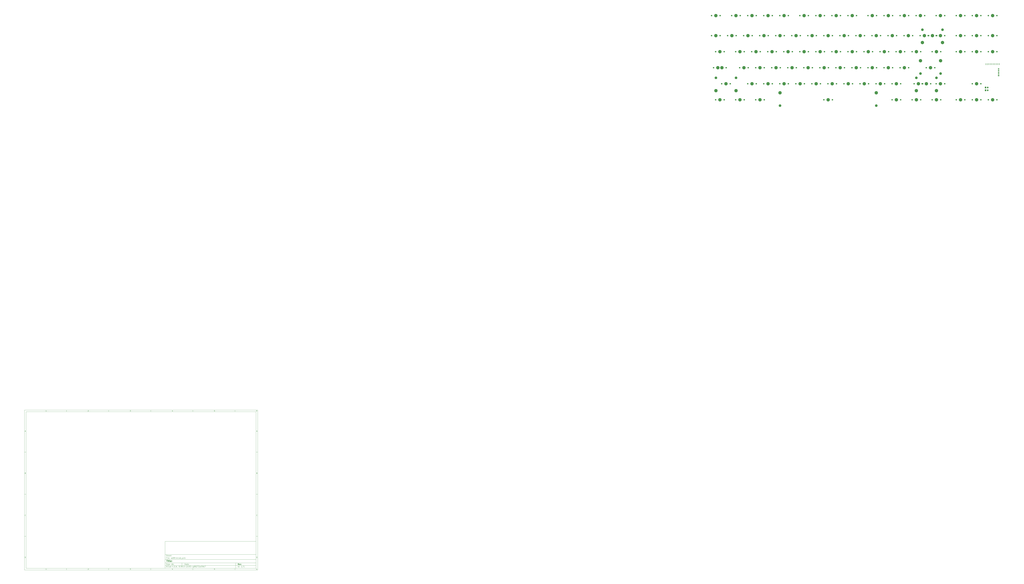
<source format=gbr>
%TF.GenerationSoftware,KiCad,Pcbnew,8.99.0-2193-g88272a59b7*%
%TF.CreationDate,2024-09-27T03:09:18+07:00*%
%TF.ProjectId,qk80,716b3830-2e6b-4696-9361-645f70636258,rev?*%
%TF.SameCoordinates,Original*%
%TF.FileFunction,Soldermask,Top*%
%TF.FilePolarity,Negative*%
%FSLAX46Y46*%
G04 Gerber Fmt 4.6, Leading zero omitted, Abs format (unit mm)*
G04 Created by KiCad (PCBNEW 8.99.0-2193-g88272a59b7) date 2024-09-27 03:09:18*
%MOMM*%
%LPD*%
G01*
G04 APERTURE LIST*
G04 Aperture macros list*
%AMRoundRect*
0 Rectangle with rounded corners*
0 $1 Rounding radius*
0 $2 $3 $4 $5 $6 $7 $8 $9 X,Y pos of 4 corners*
0 Add a 4 corners polygon primitive as box body*
4,1,4,$2,$3,$4,$5,$6,$7,$8,$9,$2,$3,0*
0 Add four circle primitives for the rounded corners*
1,1,$1+$1,$2,$3*
1,1,$1+$1,$4,$5*
1,1,$1+$1,$6,$7*
1,1,$1+$1,$8,$9*
0 Add four rect primitives between the rounded corners*
20,1,$1+$1,$2,$3,$4,$5,0*
20,1,$1+$1,$4,$5,$6,$7,0*
20,1,$1+$1,$6,$7,$8,$9,0*
20,1,$1+$1,$8,$9,$2,$3,0*%
G04 Aperture macros list end*
%ADD10C,0.100000*%
%ADD11C,0.150000*%
%ADD12C,0.300000*%
%ADD13C,0.400000*%
%ADD14R,0.700000X0.700000*%
%ADD15C,1.700000*%
%ADD16C,4.000000*%
%ADD17RoundRect,0.250000X-0.600000X-0.750000X0.600000X-0.750000X0.600000X0.750000X-0.600000X0.750000X0*%
%ADD18O,1.700000X2.000000*%
%ADD19C,3.987800*%
%ADD20C,3.048000*%
%ADD21RoundRect,0.250000X0.625000X-0.350000X0.625000X0.350000X-0.625000X0.350000X-0.625000X-0.350000X0*%
%ADD22O,1.750000X1.200000*%
G04 APERTURE END LIST*
D10*
D11*
X177002200Y-166007200D02*
X285002200Y-166007200D01*
X285002200Y-198007200D01*
X177002200Y-198007200D01*
X177002200Y-166007200D01*
D10*
D11*
X10000000Y-10000000D02*
X287002200Y-10000000D01*
X287002200Y-200007200D01*
X10000000Y-200007200D01*
X10000000Y-10000000D01*
D10*
D11*
X12000000Y-12000000D02*
X285002200Y-12000000D01*
X285002200Y-198007200D01*
X12000000Y-198007200D01*
X12000000Y-12000000D01*
D10*
D11*
X60000000Y-12000000D02*
X60000000Y-10000000D01*
D10*
D11*
X110000000Y-12000000D02*
X110000000Y-10000000D01*
D10*
D11*
X160000000Y-12000000D02*
X160000000Y-10000000D01*
D10*
D11*
X210000000Y-12000000D02*
X210000000Y-10000000D01*
D10*
D11*
X260000000Y-12000000D02*
X260000000Y-10000000D01*
D10*
D11*
X36089160Y-11593604D02*
X35346303Y-11593604D01*
X35717731Y-11593604D02*
X35717731Y-10293604D01*
X35717731Y-10293604D02*
X35593922Y-10479319D01*
X35593922Y-10479319D02*
X35470112Y-10603128D01*
X35470112Y-10603128D02*
X35346303Y-10665033D01*
D10*
D11*
X85346303Y-10417414D02*
X85408207Y-10355509D01*
X85408207Y-10355509D02*
X85532017Y-10293604D01*
X85532017Y-10293604D02*
X85841541Y-10293604D01*
X85841541Y-10293604D02*
X85965350Y-10355509D01*
X85965350Y-10355509D02*
X86027255Y-10417414D01*
X86027255Y-10417414D02*
X86089160Y-10541223D01*
X86089160Y-10541223D02*
X86089160Y-10665033D01*
X86089160Y-10665033D02*
X86027255Y-10850747D01*
X86027255Y-10850747D02*
X85284398Y-11593604D01*
X85284398Y-11593604D02*
X86089160Y-11593604D01*
D10*
D11*
X135284398Y-10293604D02*
X136089160Y-10293604D01*
X136089160Y-10293604D02*
X135655826Y-10788842D01*
X135655826Y-10788842D02*
X135841541Y-10788842D01*
X135841541Y-10788842D02*
X135965350Y-10850747D01*
X135965350Y-10850747D02*
X136027255Y-10912652D01*
X136027255Y-10912652D02*
X136089160Y-11036461D01*
X136089160Y-11036461D02*
X136089160Y-11345985D01*
X136089160Y-11345985D02*
X136027255Y-11469795D01*
X136027255Y-11469795D02*
X135965350Y-11531700D01*
X135965350Y-11531700D02*
X135841541Y-11593604D01*
X135841541Y-11593604D02*
X135470112Y-11593604D01*
X135470112Y-11593604D02*
X135346303Y-11531700D01*
X135346303Y-11531700D02*
X135284398Y-11469795D01*
D10*
D11*
X185965350Y-10726938D02*
X185965350Y-11593604D01*
X185655826Y-10231700D02*
X185346303Y-11160271D01*
X185346303Y-11160271D02*
X186151064Y-11160271D01*
D10*
D11*
X236027255Y-10293604D02*
X235408207Y-10293604D01*
X235408207Y-10293604D02*
X235346303Y-10912652D01*
X235346303Y-10912652D02*
X235408207Y-10850747D01*
X235408207Y-10850747D02*
X235532017Y-10788842D01*
X235532017Y-10788842D02*
X235841541Y-10788842D01*
X235841541Y-10788842D02*
X235965350Y-10850747D01*
X235965350Y-10850747D02*
X236027255Y-10912652D01*
X236027255Y-10912652D02*
X236089160Y-11036461D01*
X236089160Y-11036461D02*
X236089160Y-11345985D01*
X236089160Y-11345985D02*
X236027255Y-11469795D01*
X236027255Y-11469795D02*
X235965350Y-11531700D01*
X235965350Y-11531700D02*
X235841541Y-11593604D01*
X235841541Y-11593604D02*
X235532017Y-11593604D01*
X235532017Y-11593604D02*
X235408207Y-11531700D01*
X235408207Y-11531700D02*
X235346303Y-11469795D01*
D10*
D11*
X285965350Y-10293604D02*
X285717731Y-10293604D01*
X285717731Y-10293604D02*
X285593922Y-10355509D01*
X285593922Y-10355509D02*
X285532017Y-10417414D01*
X285532017Y-10417414D02*
X285408207Y-10603128D01*
X285408207Y-10603128D02*
X285346303Y-10850747D01*
X285346303Y-10850747D02*
X285346303Y-11345985D01*
X285346303Y-11345985D02*
X285408207Y-11469795D01*
X285408207Y-11469795D02*
X285470112Y-11531700D01*
X285470112Y-11531700D02*
X285593922Y-11593604D01*
X285593922Y-11593604D02*
X285841541Y-11593604D01*
X285841541Y-11593604D02*
X285965350Y-11531700D01*
X285965350Y-11531700D02*
X286027255Y-11469795D01*
X286027255Y-11469795D02*
X286089160Y-11345985D01*
X286089160Y-11345985D02*
X286089160Y-11036461D01*
X286089160Y-11036461D02*
X286027255Y-10912652D01*
X286027255Y-10912652D02*
X285965350Y-10850747D01*
X285965350Y-10850747D02*
X285841541Y-10788842D01*
X285841541Y-10788842D02*
X285593922Y-10788842D01*
X285593922Y-10788842D02*
X285470112Y-10850747D01*
X285470112Y-10850747D02*
X285408207Y-10912652D01*
X285408207Y-10912652D02*
X285346303Y-11036461D01*
D10*
D11*
X60000000Y-198007200D02*
X60000000Y-200007200D01*
D10*
D11*
X110000000Y-198007200D02*
X110000000Y-200007200D01*
D10*
D11*
X160000000Y-198007200D02*
X160000000Y-200007200D01*
D10*
D11*
X210000000Y-198007200D02*
X210000000Y-200007200D01*
D10*
D11*
X260000000Y-198007200D02*
X260000000Y-200007200D01*
D10*
D11*
X36089160Y-199600804D02*
X35346303Y-199600804D01*
X35717731Y-199600804D02*
X35717731Y-198300804D01*
X35717731Y-198300804D02*
X35593922Y-198486519D01*
X35593922Y-198486519D02*
X35470112Y-198610328D01*
X35470112Y-198610328D02*
X35346303Y-198672233D01*
D10*
D11*
X85346303Y-198424614D02*
X85408207Y-198362709D01*
X85408207Y-198362709D02*
X85532017Y-198300804D01*
X85532017Y-198300804D02*
X85841541Y-198300804D01*
X85841541Y-198300804D02*
X85965350Y-198362709D01*
X85965350Y-198362709D02*
X86027255Y-198424614D01*
X86027255Y-198424614D02*
X86089160Y-198548423D01*
X86089160Y-198548423D02*
X86089160Y-198672233D01*
X86089160Y-198672233D02*
X86027255Y-198857947D01*
X86027255Y-198857947D02*
X85284398Y-199600804D01*
X85284398Y-199600804D02*
X86089160Y-199600804D01*
D10*
D11*
X135284398Y-198300804D02*
X136089160Y-198300804D01*
X136089160Y-198300804D02*
X135655826Y-198796042D01*
X135655826Y-198796042D02*
X135841541Y-198796042D01*
X135841541Y-198796042D02*
X135965350Y-198857947D01*
X135965350Y-198857947D02*
X136027255Y-198919852D01*
X136027255Y-198919852D02*
X136089160Y-199043661D01*
X136089160Y-199043661D02*
X136089160Y-199353185D01*
X136089160Y-199353185D02*
X136027255Y-199476995D01*
X136027255Y-199476995D02*
X135965350Y-199538900D01*
X135965350Y-199538900D02*
X135841541Y-199600804D01*
X135841541Y-199600804D02*
X135470112Y-199600804D01*
X135470112Y-199600804D02*
X135346303Y-199538900D01*
X135346303Y-199538900D02*
X135284398Y-199476995D01*
D10*
D11*
X185965350Y-198734138D02*
X185965350Y-199600804D01*
X185655826Y-198238900D02*
X185346303Y-199167471D01*
X185346303Y-199167471D02*
X186151064Y-199167471D01*
D10*
D11*
X236027255Y-198300804D02*
X235408207Y-198300804D01*
X235408207Y-198300804D02*
X235346303Y-198919852D01*
X235346303Y-198919852D02*
X235408207Y-198857947D01*
X235408207Y-198857947D02*
X235532017Y-198796042D01*
X235532017Y-198796042D02*
X235841541Y-198796042D01*
X235841541Y-198796042D02*
X235965350Y-198857947D01*
X235965350Y-198857947D02*
X236027255Y-198919852D01*
X236027255Y-198919852D02*
X236089160Y-199043661D01*
X236089160Y-199043661D02*
X236089160Y-199353185D01*
X236089160Y-199353185D02*
X236027255Y-199476995D01*
X236027255Y-199476995D02*
X235965350Y-199538900D01*
X235965350Y-199538900D02*
X235841541Y-199600804D01*
X235841541Y-199600804D02*
X235532017Y-199600804D01*
X235532017Y-199600804D02*
X235408207Y-199538900D01*
X235408207Y-199538900D02*
X235346303Y-199476995D01*
D10*
D11*
X285965350Y-198300804D02*
X285717731Y-198300804D01*
X285717731Y-198300804D02*
X285593922Y-198362709D01*
X285593922Y-198362709D02*
X285532017Y-198424614D01*
X285532017Y-198424614D02*
X285408207Y-198610328D01*
X285408207Y-198610328D02*
X285346303Y-198857947D01*
X285346303Y-198857947D02*
X285346303Y-199353185D01*
X285346303Y-199353185D02*
X285408207Y-199476995D01*
X285408207Y-199476995D02*
X285470112Y-199538900D01*
X285470112Y-199538900D02*
X285593922Y-199600804D01*
X285593922Y-199600804D02*
X285841541Y-199600804D01*
X285841541Y-199600804D02*
X285965350Y-199538900D01*
X285965350Y-199538900D02*
X286027255Y-199476995D01*
X286027255Y-199476995D02*
X286089160Y-199353185D01*
X286089160Y-199353185D02*
X286089160Y-199043661D01*
X286089160Y-199043661D02*
X286027255Y-198919852D01*
X286027255Y-198919852D02*
X285965350Y-198857947D01*
X285965350Y-198857947D02*
X285841541Y-198796042D01*
X285841541Y-198796042D02*
X285593922Y-198796042D01*
X285593922Y-198796042D02*
X285470112Y-198857947D01*
X285470112Y-198857947D02*
X285408207Y-198919852D01*
X285408207Y-198919852D02*
X285346303Y-199043661D01*
D10*
D11*
X10000000Y-60000000D02*
X12000000Y-60000000D01*
D10*
D11*
X10000000Y-110000000D02*
X12000000Y-110000000D01*
D10*
D11*
X10000000Y-160000000D02*
X12000000Y-160000000D01*
D10*
D11*
X10690476Y-35222176D02*
X11309523Y-35222176D01*
X10566666Y-35593604D02*
X10999999Y-34293604D01*
X10999999Y-34293604D02*
X11433333Y-35593604D01*
D10*
D11*
X11092857Y-84912652D02*
X11278571Y-84974557D01*
X11278571Y-84974557D02*
X11340476Y-85036461D01*
X11340476Y-85036461D02*
X11402380Y-85160271D01*
X11402380Y-85160271D02*
X11402380Y-85345985D01*
X11402380Y-85345985D02*
X11340476Y-85469795D01*
X11340476Y-85469795D02*
X11278571Y-85531700D01*
X11278571Y-85531700D02*
X11154761Y-85593604D01*
X11154761Y-85593604D02*
X10659523Y-85593604D01*
X10659523Y-85593604D02*
X10659523Y-84293604D01*
X10659523Y-84293604D02*
X11092857Y-84293604D01*
X11092857Y-84293604D02*
X11216666Y-84355509D01*
X11216666Y-84355509D02*
X11278571Y-84417414D01*
X11278571Y-84417414D02*
X11340476Y-84541223D01*
X11340476Y-84541223D02*
X11340476Y-84665033D01*
X11340476Y-84665033D02*
X11278571Y-84788842D01*
X11278571Y-84788842D02*
X11216666Y-84850747D01*
X11216666Y-84850747D02*
X11092857Y-84912652D01*
X11092857Y-84912652D02*
X10659523Y-84912652D01*
D10*
D11*
X11402380Y-135469795D02*
X11340476Y-135531700D01*
X11340476Y-135531700D02*
X11154761Y-135593604D01*
X11154761Y-135593604D02*
X11030952Y-135593604D01*
X11030952Y-135593604D02*
X10845238Y-135531700D01*
X10845238Y-135531700D02*
X10721428Y-135407890D01*
X10721428Y-135407890D02*
X10659523Y-135284080D01*
X10659523Y-135284080D02*
X10597619Y-135036461D01*
X10597619Y-135036461D02*
X10597619Y-134850747D01*
X10597619Y-134850747D02*
X10659523Y-134603128D01*
X10659523Y-134603128D02*
X10721428Y-134479319D01*
X10721428Y-134479319D02*
X10845238Y-134355509D01*
X10845238Y-134355509D02*
X11030952Y-134293604D01*
X11030952Y-134293604D02*
X11154761Y-134293604D01*
X11154761Y-134293604D02*
X11340476Y-134355509D01*
X11340476Y-134355509D02*
X11402380Y-134417414D01*
D10*
D11*
X10659523Y-185593604D02*
X10659523Y-184293604D01*
X10659523Y-184293604D02*
X10969047Y-184293604D01*
X10969047Y-184293604D02*
X11154761Y-184355509D01*
X11154761Y-184355509D02*
X11278571Y-184479319D01*
X11278571Y-184479319D02*
X11340476Y-184603128D01*
X11340476Y-184603128D02*
X11402380Y-184850747D01*
X11402380Y-184850747D02*
X11402380Y-185036461D01*
X11402380Y-185036461D02*
X11340476Y-185284080D01*
X11340476Y-185284080D02*
X11278571Y-185407890D01*
X11278571Y-185407890D02*
X11154761Y-185531700D01*
X11154761Y-185531700D02*
X10969047Y-185593604D01*
X10969047Y-185593604D02*
X10659523Y-185593604D01*
D10*
D11*
X287002200Y-60000000D02*
X285002200Y-60000000D01*
D10*
D11*
X287002200Y-110000000D02*
X285002200Y-110000000D01*
D10*
D11*
X287002200Y-160000000D02*
X285002200Y-160000000D01*
D10*
D11*
X285692676Y-35222176D02*
X286311723Y-35222176D01*
X285568866Y-35593604D02*
X286002199Y-34293604D01*
X286002199Y-34293604D02*
X286435533Y-35593604D01*
D10*
D11*
X286095057Y-84912652D02*
X286280771Y-84974557D01*
X286280771Y-84974557D02*
X286342676Y-85036461D01*
X286342676Y-85036461D02*
X286404580Y-85160271D01*
X286404580Y-85160271D02*
X286404580Y-85345985D01*
X286404580Y-85345985D02*
X286342676Y-85469795D01*
X286342676Y-85469795D02*
X286280771Y-85531700D01*
X286280771Y-85531700D02*
X286156961Y-85593604D01*
X286156961Y-85593604D02*
X285661723Y-85593604D01*
X285661723Y-85593604D02*
X285661723Y-84293604D01*
X285661723Y-84293604D02*
X286095057Y-84293604D01*
X286095057Y-84293604D02*
X286218866Y-84355509D01*
X286218866Y-84355509D02*
X286280771Y-84417414D01*
X286280771Y-84417414D02*
X286342676Y-84541223D01*
X286342676Y-84541223D02*
X286342676Y-84665033D01*
X286342676Y-84665033D02*
X286280771Y-84788842D01*
X286280771Y-84788842D02*
X286218866Y-84850747D01*
X286218866Y-84850747D02*
X286095057Y-84912652D01*
X286095057Y-84912652D02*
X285661723Y-84912652D01*
D10*
D11*
X286404580Y-135469795D02*
X286342676Y-135531700D01*
X286342676Y-135531700D02*
X286156961Y-135593604D01*
X286156961Y-135593604D02*
X286033152Y-135593604D01*
X286033152Y-135593604D02*
X285847438Y-135531700D01*
X285847438Y-135531700D02*
X285723628Y-135407890D01*
X285723628Y-135407890D02*
X285661723Y-135284080D01*
X285661723Y-135284080D02*
X285599819Y-135036461D01*
X285599819Y-135036461D02*
X285599819Y-134850747D01*
X285599819Y-134850747D02*
X285661723Y-134603128D01*
X285661723Y-134603128D02*
X285723628Y-134479319D01*
X285723628Y-134479319D02*
X285847438Y-134355509D01*
X285847438Y-134355509D02*
X286033152Y-134293604D01*
X286033152Y-134293604D02*
X286156961Y-134293604D01*
X286156961Y-134293604D02*
X286342676Y-134355509D01*
X286342676Y-134355509D02*
X286404580Y-134417414D01*
D10*
D11*
X285661723Y-185593604D02*
X285661723Y-184293604D01*
X285661723Y-184293604D02*
X285971247Y-184293604D01*
X285971247Y-184293604D02*
X286156961Y-184355509D01*
X286156961Y-184355509D02*
X286280771Y-184479319D01*
X286280771Y-184479319D02*
X286342676Y-184603128D01*
X286342676Y-184603128D02*
X286404580Y-184850747D01*
X286404580Y-184850747D02*
X286404580Y-185036461D01*
X286404580Y-185036461D02*
X286342676Y-185284080D01*
X286342676Y-185284080D02*
X286280771Y-185407890D01*
X286280771Y-185407890D02*
X286156961Y-185531700D01*
X286156961Y-185531700D02*
X285971247Y-185593604D01*
X285971247Y-185593604D02*
X285661723Y-185593604D01*
D10*
D11*
X200458026Y-193793328D02*
X200458026Y-192293328D01*
X200458026Y-192293328D02*
X200815169Y-192293328D01*
X200815169Y-192293328D02*
X201029455Y-192364757D01*
X201029455Y-192364757D02*
X201172312Y-192507614D01*
X201172312Y-192507614D02*
X201243741Y-192650471D01*
X201243741Y-192650471D02*
X201315169Y-192936185D01*
X201315169Y-192936185D02*
X201315169Y-193150471D01*
X201315169Y-193150471D02*
X201243741Y-193436185D01*
X201243741Y-193436185D02*
X201172312Y-193579042D01*
X201172312Y-193579042D02*
X201029455Y-193721900D01*
X201029455Y-193721900D02*
X200815169Y-193793328D01*
X200815169Y-193793328D02*
X200458026Y-193793328D01*
X202600884Y-193793328D02*
X202600884Y-193007614D01*
X202600884Y-193007614D02*
X202529455Y-192864757D01*
X202529455Y-192864757D02*
X202386598Y-192793328D01*
X202386598Y-192793328D02*
X202100884Y-192793328D01*
X202100884Y-192793328D02*
X201958026Y-192864757D01*
X202600884Y-193721900D02*
X202458026Y-193793328D01*
X202458026Y-193793328D02*
X202100884Y-193793328D01*
X202100884Y-193793328D02*
X201958026Y-193721900D01*
X201958026Y-193721900D02*
X201886598Y-193579042D01*
X201886598Y-193579042D02*
X201886598Y-193436185D01*
X201886598Y-193436185D02*
X201958026Y-193293328D01*
X201958026Y-193293328D02*
X202100884Y-193221900D01*
X202100884Y-193221900D02*
X202458026Y-193221900D01*
X202458026Y-193221900D02*
X202600884Y-193150471D01*
X203100884Y-192793328D02*
X203672312Y-192793328D01*
X203315169Y-192293328D02*
X203315169Y-193579042D01*
X203315169Y-193579042D02*
X203386598Y-193721900D01*
X203386598Y-193721900D02*
X203529455Y-193793328D01*
X203529455Y-193793328D02*
X203672312Y-193793328D01*
X204743741Y-193721900D02*
X204600884Y-193793328D01*
X204600884Y-193793328D02*
X204315170Y-193793328D01*
X204315170Y-193793328D02*
X204172312Y-193721900D01*
X204172312Y-193721900D02*
X204100884Y-193579042D01*
X204100884Y-193579042D02*
X204100884Y-193007614D01*
X204100884Y-193007614D02*
X204172312Y-192864757D01*
X204172312Y-192864757D02*
X204315170Y-192793328D01*
X204315170Y-192793328D02*
X204600884Y-192793328D01*
X204600884Y-192793328D02*
X204743741Y-192864757D01*
X204743741Y-192864757D02*
X204815170Y-193007614D01*
X204815170Y-193007614D02*
X204815170Y-193150471D01*
X204815170Y-193150471D02*
X204100884Y-193293328D01*
X205458026Y-193650471D02*
X205529455Y-193721900D01*
X205529455Y-193721900D02*
X205458026Y-193793328D01*
X205458026Y-193793328D02*
X205386598Y-193721900D01*
X205386598Y-193721900D02*
X205458026Y-193650471D01*
X205458026Y-193650471D02*
X205458026Y-193793328D01*
X205458026Y-192864757D02*
X205529455Y-192936185D01*
X205529455Y-192936185D02*
X205458026Y-193007614D01*
X205458026Y-193007614D02*
X205386598Y-192936185D01*
X205386598Y-192936185D02*
X205458026Y-192864757D01*
X205458026Y-192864757D02*
X205458026Y-193007614D01*
D10*
D11*
X177002200Y-194507200D02*
X285002200Y-194507200D01*
D10*
D11*
X178458026Y-196593328D02*
X178458026Y-195093328D01*
X179315169Y-196593328D02*
X178672312Y-195736185D01*
X179315169Y-195093328D02*
X178458026Y-195950471D01*
X179958026Y-196593328D02*
X179958026Y-195593328D01*
X179958026Y-195093328D02*
X179886598Y-195164757D01*
X179886598Y-195164757D02*
X179958026Y-195236185D01*
X179958026Y-195236185D02*
X180029455Y-195164757D01*
X180029455Y-195164757D02*
X179958026Y-195093328D01*
X179958026Y-195093328D02*
X179958026Y-195236185D01*
X181529455Y-196450471D02*
X181458027Y-196521900D01*
X181458027Y-196521900D02*
X181243741Y-196593328D01*
X181243741Y-196593328D02*
X181100884Y-196593328D01*
X181100884Y-196593328D02*
X180886598Y-196521900D01*
X180886598Y-196521900D02*
X180743741Y-196379042D01*
X180743741Y-196379042D02*
X180672312Y-196236185D01*
X180672312Y-196236185D02*
X180600884Y-195950471D01*
X180600884Y-195950471D02*
X180600884Y-195736185D01*
X180600884Y-195736185D02*
X180672312Y-195450471D01*
X180672312Y-195450471D02*
X180743741Y-195307614D01*
X180743741Y-195307614D02*
X180886598Y-195164757D01*
X180886598Y-195164757D02*
X181100884Y-195093328D01*
X181100884Y-195093328D02*
X181243741Y-195093328D01*
X181243741Y-195093328D02*
X181458027Y-195164757D01*
X181458027Y-195164757D02*
X181529455Y-195236185D01*
X182815170Y-196593328D02*
X182815170Y-195807614D01*
X182815170Y-195807614D02*
X182743741Y-195664757D01*
X182743741Y-195664757D02*
X182600884Y-195593328D01*
X182600884Y-195593328D02*
X182315170Y-195593328D01*
X182315170Y-195593328D02*
X182172312Y-195664757D01*
X182815170Y-196521900D02*
X182672312Y-196593328D01*
X182672312Y-196593328D02*
X182315170Y-196593328D01*
X182315170Y-196593328D02*
X182172312Y-196521900D01*
X182172312Y-196521900D02*
X182100884Y-196379042D01*
X182100884Y-196379042D02*
X182100884Y-196236185D01*
X182100884Y-196236185D02*
X182172312Y-196093328D01*
X182172312Y-196093328D02*
X182315170Y-196021900D01*
X182315170Y-196021900D02*
X182672312Y-196021900D01*
X182672312Y-196021900D02*
X182815170Y-195950471D01*
X184172313Y-196593328D02*
X184172313Y-195093328D01*
X184172313Y-196521900D02*
X184029455Y-196593328D01*
X184029455Y-196593328D02*
X183743741Y-196593328D01*
X183743741Y-196593328D02*
X183600884Y-196521900D01*
X183600884Y-196521900D02*
X183529455Y-196450471D01*
X183529455Y-196450471D02*
X183458027Y-196307614D01*
X183458027Y-196307614D02*
X183458027Y-195879042D01*
X183458027Y-195879042D02*
X183529455Y-195736185D01*
X183529455Y-195736185D02*
X183600884Y-195664757D01*
X183600884Y-195664757D02*
X183743741Y-195593328D01*
X183743741Y-195593328D02*
X184029455Y-195593328D01*
X184029455Y-195593328D02*
X184172313Y-195664757D01*
X186029455Y-195807614D02*
X186529455Y-195807614D01*
X186743741Y-196593328D02*
X186029455Y-196593328D01*
X186029455Y-196593328D02*
X186029455Y-195093328D01*
X186029455Y-195093328D02*
X186743741Y-195093328D01*
X187386598Y-196450471D02*
X187458027Y-196521900D01*
X187458027Y-196521900D02*
X187386598Y-196593328D01*
X187386598Y-196593328D02*
X187315170Y-196521900D01*
X187315170Y-196521900D02*
X187386598Y-196450471D01*
X187386598Y-196450471D02*
X187386598Y-196593328D01*
X188100884Y-196593328D02*
X188100884Y-195093328D01*
X188100884Y-195093328D02*
X188458027Y-195093328D01*
X188458027Y-195093328D02*
X188672313Y-195164757D01*
X188672313Y-195164757D02*
X188815170Y-195307614D01*
X188815170Y-195307614D02*
X188886599Y-195450471D01*
X188886599Y-195450471D02*
X188958027Y-195736185D01*
X188958027Y-195736185D02*
X188958027Y-195950471D01*
X188958027Y-195950471D02*
X188886599Y-196236185D01*
X188886599Y-196236185D02*
X188815170Y-196379042D01*
X188815170Y-196379042D02*
X188672313Y-196521900D01*
X188672313Y-196521900D02*
X188458027Y-196593328D01*
X188458027Y-196593328D02*
X188100884Y-196593328D01*
X189600884Y-196450471D02*
X189672313Y-196521900D01*
X189672313Y-196521900D02*
X189600884Y-196593328D01*
X189600884Y-196593328D02*
X189529456Y-196521900D01*
X189529456Y-196521900D02*
X189600884Y-196450471D01*
X189600884Y-196450471D02*
X189600884Y-196593328D01*
X190243742Y-196164757D02*
X190958028Y-196164757D01*
X190100885Y-196593328D02*
X190600885Y-195093328D01*
X190600885Y-195093328D02*
X191100885Y-196593328D01*
X191600884Y-196450471D02*
X191672313Y-196521900D01*
X191672313Y-196521900D02*
X191600884Y-196593328D01*
X191600884Y-196593328D02*
X191529456Y-196521900D01*
X191529456Y-196521900D02*
X191600884Y-196450471D01*
X191600884Y-196450471D02*
X191600884Y-196593328D01*
X193672313Y-195736185D02*
X193529456Y-195664757D01*
X193529456Y-195664757D02*
X193458027Y-195593328D01*
X193458027Y-195593328D02*
X193386599Y-195450471D01*
X193386599Y-195450471D02*
X193386599Y-195379042D01*
X193386599Y-195379042D02*
X193458027Y-195236185D01*
X193458027Y-195236185D02*
X193529456Y-195164757D01*
X193529456Y-195164757D02*
X193672313Y-195093328D01*
X193672313Y-195093328D02*
X193958027Y-195093328D01*
X193958027Y-195093328D02*
X194100885Y-195164757D01*
X194100885Y-195164757D02*
X194172313Y-195236185D01*
X194172313Y-195236185D02*
X194243742Y-195379042D01*
X194243742Y-195379042D02*
X194243742Y-195450471D01*
X194243742Y-195450471D02*
X194172313Y-195593328D01*
X194172313Y-195593328D02*
X194100885Y-195664757D01*
X194100885Y-195664757D02*
X193958027Y-195736185D01*
X193958027Y-195736185D02*
X193672313Y-195736185D01*
X193672313Y-195736185D02*
X193529456Y-195807614D01*
X193529456Y-195807614D02*
X193458027Y-195879042D01*
X193458027Y-195879042D02*
X193386599Y-196021900D01*
X193386599Y-196021900D02*
X193386599Y-196307614D01*
X193386599Y-196307614D02*
X193458027Y-196450471D01*
X193458027Y-196450471D02*
X193529456Y-196521900D01*
X193529456Y-196521900D02*
X193672313Y-196593328D01*
X193672313Y-196593328D02*
X193958027Y-196593328D01*
X193958027Y-196593328D02*
X194100885Y-196521900D01*
X194100885Y-196521900D02*
X194172313Y-196450471D01*
X194172313Y-196450471D02*
X194243742Y-196307614D01*
X194243742Y-196307614D02*
X194243742Y-196021900D01*
X194243742Y-196021900D02*
X194172313Y-195879042D01*
X194172313Y-195879042D02*
X194100885Y-195807614D01*
X194100885Y-195807614D02*
X193958027Y-195736185D01*
X194886598Y-196450471D02*
X194958027Y-196521900D01*
X194958027Y-196521900D02*
X194886598Y-196593328D01*
X194886598Y-196593328D02*
X194815170Y-196521900D01*
X194815170Y-196521900D02*
X194886598Y-196450471D01*
X194886598Y-196450471D02*
X194886598Y-196593328D01*
X195672313Y-196593328D02*
X195958027Y-196593328D01*
X195958027Y-196593328D02*
X196100884Y-196521900D01*
X196100884Y-196521900D02*
X196172313Y-196450471D01*
X196172313Y-196450471D02*
X196315170Y-196236185D01*
X196315170Y-196236185D02*
X196386599Y-195950471D01*
X196386599Y-195950471D02*
X196386599Y-195379042D01*
X196386599Y-195379042D02*
X196315170Y-195236185D01*
X196315170Y-195236185D02*
X196243742Y-195164757D01*
X196243742Y-195164757D02*
X196100884Y-195093328D01*
X196100884Y-195093328D02*
X195815170Y-195093328D01*
X195815170Y-195093328D02*
X195672313Y-195164757D01*
X195672313Y-195164757D02*
X195600884Y-195236185D01*
X195600884Y-195236185D02*
X195529456Y-195379042D01*
X195529456Y-195379042D02*
X195529456Y-195736185D01*
X195529456Y-195736185D02*
X195600884Y-195879042D01*
X195600884Y-195879042D02*
X195672313Y-195950471D01*
X195672313Y-195950471D02*
X195815170Y-196021900D01*
X195815170Y-196021900D02*
X196100884Y-196021900D01*
X196100884Y-196021900D02*
X196243742Y-195950471D01*
X196243742Y-195950471D02*
X196315170Y-195879042D01*
X196315170Y-195879042D02*
X196386599Y-195736185D01*
X197100884Y-196593328D02*
X197386598Y-196593328D01*
X197386598Y-196593328D02*
X197529455Y-196521900D01*
X197529455Y-196521900D02*
X197600884Y-196450471D01*
X197600884Y-196450471D02*
X197743741Y-196236185D01*
X197743741Y-196236185D02*
X197815170Y-195950471D01*
X197815170Y-195950471D02*
X197815170Y-195379042D01*
X197815170Y-195379042D02*
X197743741Y-195236185D01*
X197743741Y-195236185D02*
X197672313Y-195164757D01*
X197672313Y-195164757D02*
X197529455Y-195093328D01*
X197529455Y-195093328D02*
X197243741Y-195093328D01*
X197243741Y-195093328D02*
X197100884Y-195164757D01*
X197100884Y-195164757D02*
X197029455Y-195236185D01*
X197029455Y-195236185D02*
X196958027Y-195379042D01*
X196958027Y-195379042D02*
X196958027Y-195736185D01*
X196958027Y-195736185D02*
X197029455Y-195879042D01*
X197029455Y-195879042D02*
X197100884Y-195950471D01*
X197100884Y-195950471D02*
X197243741Y-196021900D01*
X197243741Y-196021900D02*
X197529455Y-196021900D01*
X197529455Y-196021900D02*
X197672313Y-195950471D01*
X197672313Y-195950471D02*
X197743741Y-195879042D01*
X197743741Y-195879042D02*
X197815170Y-195736185D01*
X198458026Y-196450471D02*
X198529455Y-196521900D01*
X198529455Y-196521900D02*
X198458026Y-196593328D01*
X198458026Y-196593328D02*
X198386598Y-196521900D01*
X198386598Y-196521900D02*
X198458026Y-196450471D01*
X198458026Y-196450471D02*
X198458026Y-196593328D01*
X199458027Y-195093328D02*
X199600884Y-195093328D01*
X199600884Y-195093328D02*
X199743741Y-195164757D01*
X199743741Y-195164757D02*
X199815170Y-195236185D01*
X199815170Y-195236185D02*
X199886598Y-195379042D01*
X199886598Y-195379042D02*
X199958027Y-195664757D01*
X199958027Y-195664757D02*
X199958027Y-196021900D01*
X199958027Y-196021900D02*
X199886598Y-196307614D01*
X199886598Y-196307614D02*
X199815170Y-196450471D01*
X199815170Y-196450471D02*
X199743741Y-196521900D01*
X199743741Y-196521900D02*
X199600884Y-196593328D01*
X199600884Y-196593328D02*
X199458027Y-196593328D01*
X199458027Y-196593328D02*
X199315170Y-196521900D01*
X199315170Y-196521900D02*
X199243741Y-196450471D01*
X199243741Y-196450471D02*
X199172312Y-196307614D01*
X199172312Y-196307614D02*
X199100884Y-196021900D01*
X199100884Y-196021900D02*
X199100884Y-195664757D01*
X199100884Y-195664757D02*
X199172312Y-195379042D01*
X199172312Y-195379042D02*
X199243741Y-195236185D01*
X199243741Y-195236185D02*
X199315170Y-195164757D01*
X199315170Y-195164757D02*
X199458027Y-195093328D01*
X200600883Y-196021900D02*
X201743741Y-196021900D01*
X202386598Y-195236185D02*
X202458026Y-195164757D01*
X202458026Y-195164757D02*
X202600884Y-195093328D01*
X202600884Y-195093328D02*
X202958026Y-195093328D01*
X202958026Y-195093328D02*
X203100884Y-195164757D01*
X203100884Y-195164757D02*
X203172312Y-195236185D01*
X203172312Y-195236185D02*
X203243741Y-195379042D01*
X203243741Y-195379042D02*
X203243741Y-195521900D01*
X203243741Y-195521900D02*
X203172312Y-195736185D01*
X203172312Y-195736185D02*
X202315169Y-196593328D01*
X202315169Y-196593328D02*
X203243741Y-196593328D01*
X204672312Y-196593328D02*
X203815169Y-196593328D01*
X204243740Y-196593328D02*
X204243740Y-195093328D01*
X204243740Y-195093328D02*
X204100883Y-195307614D01*
X204100883Y-195307614D02*
X203958026Y-195450471D01*
X203958026Y-195450471D02*
X203815169Y-195521900D01*
X205386597Y-196593328D02*
X205672311Y-196593328D01*
X205672311Y-196593328D02*
X205815168Y-196521900D01*
X205815168Y-196521900D02*
X205886597Y-196450471D01*
X205886597Y-196450471D02*
X206029454Y-196236185D01*
X206029454Y-196236185D02*
X206100883Y-195950471D01*
X206100883Y-195950471D02*
X206100883Y-195379042D01*
X206100883Y-195379042D02*
X206029454Y-195236185D01*
X206029454Y-195236185D02*
X205958026Y-195164757D01*
X205958026Y-195164757D02*
X205815168Y-195093328D01*
X205815168Y-195093328D02*
X205529454Y-195093328D01*
X205529454Y-195093328D02*
X205386597Y-195164757D01*
X205386597Y-195164757D02*
X205315168Y-195236185D01*
X205315168Y-195236185D02*
X205243740Y-195379042D01*
X205243740Y-195379042D02*
X205243740Y-195736185D01*
X205243740Y-195736185D02*
X205315168Y-195879042D01*
X205315168Y-195879042D02*
X205386597Y-195950471D01*
X205386597Y-195950471D02*
X205529454Y-196021900D01*
X205529454Y-196021900D02*
X205815168Y-196021900D01*
X205815168Y-196021900D02*
X205958026Y-195950471D01*
X205958026Y-195950471D02*
X206029454Y-195879042D01*
X206029454Y-195879042D02*
X206100883Y-195736185D01*
X206600882Y-195093328D02*
X207529454Y-195093328D01*
X207529454Y-195093328D02*
X207029454Y-195664757D01*
X207029454Y-195664757D02*
X207243739Y-195664757D01*
X207243739Y-195664757D02*
X207386597Y-195736185D01*
X207386597Y-195736185D02*
X207458025Y-195807614D01*
X207458025Y-195807614D02*
X207529454Y-195950471D01*
X207529454Y-195950471D02*
X207529454Y-196307614D01*
X207529454Y-196307614D02*
X207458025Y-196450471D01*
X207458025Y-196450471D02*
X207386597Y-196521900D01*
X207386597Y-196521900D02*
X207243739Y-196593328D01*
X207243739Y-196593328D02*
X206815168Y-196593328D01*
X206815168Y-196593328D02*
X206672311Y-196521900D01*
X206672311Y-196521900D02*
X206600882Y-196450471D01*
X208172310Y-196021900D02*
X209315168Y-196021900D01*
X210672311Y-195593328D02*
X210672311Y-196807614D01*
X210672311Y-196807614D02*
X210600882Y-196950471D01*
X210600882Y-196950471D02*
X210529453Y-197021900D01*
X210529453Y-197021900D02*
X210386596Y-197093328D01*
X210386596Y-197093328D02*
X210172311Y-197093328D01*
X210172311Y-197093328D02*
X210029453Y-197021900D01*
X210672311Y-196521900D02*
X210529453Y-196593328D01*
X210529453Y-196593328D02*
X210243739Y-196593328D01*
X210243739Y-196593328D02*
X210100882Y-196521900D01*
X210100882Y-196521900D02*
X210029453Y-196450471D01*
X210029453Y-196450471D02*
X209958025Y-196307614D01*
X209958025Y-196307614D02*
X209958025Y-195879042D01*
X209958025Y-195879042D02*
X210029453Y-195736185D01*
X210029453Y-195736185D02*
X210100882Y-195664757D01*
X210100882Y-195664757D02*
X210243739Y-195593328D01*
X210243739Y-195593328D02*
X210529453Y-195593328D01*
X210529453Y-195593328D02*
X210672311Y-195664757D01*
X211600882Y-195736185D02*
X211458025Y-195664757D01*
X211458025Y-195664757D02*
X211386596Y-195593328D01*
X211386596Y-195593328D02*
X211315168Y-195450471D01*
X211315168Y-195450471D02*
X211315168Y-195379042D01*
X211315168Y-195379042D02*
X211386596Y-195236185D01*
X211386596Y-195236185D02*
X211458025Y-195164757D01*
X211458025Y-195164757D02*
X211600882Y-195093328D01*
X211600882Y-195093328D02*
X211886596Y-195093328D01*
X211886596Y-195093328D02*
X212029454Y-195164757D01*
X212029454Y-195164757D02*
X212100882Y-195236185D01*
X212100882Y-195236185D02*
X212172311Y-195379042D01*
X212172311Y-195379042D02*
X212172311Y-195450471D01*
X212172311Y-195450471D02*
X212100882Y-195593328D01*
X212100882Y-195593328D02*
X212029454Y-195664757D01*
X212029454Y-195664757D02*
X211886596Y-195736185D01*
X211886596Y-195736185D02*
X211600882Y-195736185D01*
X211600882Y-195736185D02*
X211458025Y-195807614D01*
X211458025Y-195807614D02*
X211386596Y-195879042D01*
X211386596Y-195879042D02*
X211315168Y-196021900D01*
X211315168Y-196021900D02*
X211315168Y-196307614D01*
X211315168Y-196307614D02*
X211386596Y-196450471D01*
X211386596Y-196450471D02*
X211458025Y-196521900D01*
X211458025Y-196521900D02*
X211600882Y-196593328D01*
X211600882Y-196593328D02*
X211886596Y-196593328D01*
X211886596Y-196593328D02*
X212029454Y-196521900D01*
X212029454Y-196521900D02*
X212100882Y-196450471D01*
X212100882Y-196450471D02*
X212172311Y-196307614D01*
X212172311Y-196307614D02*
X212172311Y-196021900D01*
X212172311Y-196021900D02*
X212100882Y-195879042D01*
X212100882Y-195879042D02*
X212029454Y-195807614D01*
X212029454Y-195807614D02*
X211886596Y-195736185D01*
X213029453Y-195736185D02*
X212886596Y-195664757D01*
X212886596Y-195664757D02*
X212815167Y-195593328D01*
X212815167Y-195593328D02*
X212743739Y-195450471D01*
X212743739Y-195450471D02*
X212743739Y-195379042D01*
X212743739Y-195379042D02*
X212815167Y-195236185D01*
X212815167Y-195236185D02*
X212886596Y-195164757D01*
X212886596Y-195164757D02*
X213029453Y-195093328D01*
X213029453Y-195093328D02*
X213315167Y-195093328D01*
X213315167Y-195093328D02*
X213458025Y-195164757D01*
X213458025Y-195164757D02*
X213529453Y-195236185D01*
X213529453Y-195236185D02*
X213600882Y-195379042D01*
X213600882Y-195379042D02*
X213600882Y-195450471D01*
X213600882Y-195450471D02*
X213529453Y-195593328D01*
X213529453Y-195593328D02*
X213458025Y-195664757D01*
X213458025Y-195664757D02*
X213315167Y-195736185D01*
X213315167Y-195736185D02*
X213029453Y-195736185D01*
X213029453Y-195736185D02*
X212886596Y-195807614D01*
X212886596Y-195807614D02*
X212815167Y-195879042D01*
X212815167Y-195879042D02*
X212743739Y-196021900D01*
X212743739Y-196021900D02*
X212743739Y-196307614D01*
X212743739Y-196307614D02*
X212815167Y-196450471D01*
X212815167Y-196450471D02*
X212886596Y-196521900D01*
X212886596Y-196521900D02*
X213029453Y-196593328D01*
X213029453Y-196593328D02*
X213315167Y-196593328D01*
X213315167Y-196593328D02*
X213458025Y-196521900D01*
X213458025Y-196521900D02*
X213529453Y-196450471D01*
X213529453Y-196450471D02*
X213600882Y-196307614D01*
X213600882Y-196307614D02*
X213600882Y-196021900D01*
X213600882Y-196021900D02*
X213529453Y-195879042D01*
X213529453Y-195879042D02*
X213458025Y-195807614D01*
X213458025Y-195807614D02*
X213315167Y-195736185D01*
X214172310Y-195236185D02*
X214243738Y-195164757D01*
X214243738Y-195164757D02*
X214386596Y-195093328D01*
X214386596Y-195093328D02*
X214743738Y-195093328D01*
X214743738Y-195093328D02*
X214886596Y-195164757D01*
X214886596Y-195164757D02*
X214958024Y-195236185D01*
X214958024Y-195236185D02*
X215029453Y-195379042D01*
X215029453Y-195379042D02*
X215029453Y-195521900D01*
X215029453Y-195521900D02*
X214958024Y-195736185D01*
X214958024Y-195736185D02*
X214100881Y-196593328D01*
X214100881Y-196593328D02*
X215029453Y-196593328D01*
X215529452Y-195093328D02*
X216529452Y-195093328D01*
X216529452Y-195093328D02*
X215886595Y-196593328D01*
X217029452Y-195236185D02*
X217100880Y-195164757D01*
X217100880Y-195164757D02*
X217243738Y-195093328D01*
X217243738Y-195093328D02*
X217600880Y-195093328D01*
X217600880Y-195093328D02*
X217743738Y-195164757D01*
X217743738Y-195164757D02*
X217815166Y-195236185D01*
X217815166Y-195236185D02*
X217886595Y-195379042D01*
X217886595Y-195379042D02*
X217886595Y-195521900D01*
X217886595Y-195521900D02*
X217815166Y-195736185D01*
X217815166Y-195736185D02*
X216958023Y-196593328D01*
X216958023Y-196593328D02*
X217886595Y-196593328D01*
X219172309Y-196593328D02*
X219172309Y-195807614D01*
X219172309Y-195807614D02*
X219100880Y-195664757D01*
X219100880Y-195664757D02*
X218958023Y-195593328D01*
X218958023Y-195593328D02*
X218672309Y-195593328D01*
X218672309Y-195593328D02*
X218529451Y-195664757D01*
X219172309Y-196521900D02*
X219029451Y-196593328D01*
X219029451Y-196593328D02*
X218672309Y-196593328D01*
X218672309Y-196593328D02*
X218529451Y-196521900D01*
X218529451Y-196521900D02*
X218458023Y-196379042D01*
X218458023Y-196379042D02*
X218458023Y-196236185D01*
X218458023Y-196236185D02*
X218529451Y-196093328D01*
X218529451Y-196093328D02*
X218672309Y-196021900D01*
X218672309Y-196021900D02*
X219029451Y-196021900D01*
X219029451Y-196021900D02*
X219172309Y-195950471D01*
X220600880Y-195093328D02*
X219886594Y-195093328D01*
X219886594Y-195093328D02*
X219815166Y-195807614D01*
X219815166Y-195807614D02*
X219886594Y-195736185D01*
X219886594Y-195736185D02*
X220029452Y-195664757D01*
X220029452Y-195664757D02*
X220386594Y-195664757D01*
X220386594Y-195664757D02*
X220529452Y-195736185D01*
X220529452Y-195736185D02*
X220600880Y-195807614D01*
X220600880Y-195807614D02*
X220672309Y-195950471D01*
X220672309Y-195950471D02*
X220672309Y-196307614D01*
X220672309Y-196307614D02*
X220600880Y-196450471D01*
X220600880Y-196450471D02*
X220529452Y-196521900D01*
X220529452Y-196521900D02*
X220386594Y-196593328D01*
X220386594Y-196593328D02*
X220029452Y-196593328D01*
X220029452Y-196593328D02*
X219886594Y-196521900D01*
X219886594Y-196521900D02*
X219815166Y-196450471D01*
X221386594Y-196593328D02*
X221672308Y-196593328D01*
X221672308Y-196593328D02*
X221815165Y-196521900D01*
X221815165Y-196521900D02*
X221886594Y-196450471D01*
X221886594Y-196450471D02*
X222029451Y-196236185D01*
X222029451Y-196236185D02*
X222100880Y-195950471D01*
X222100880Y-195950471D02*
X222100880Y-195379042D01*
X222100880Y-195379042D02*
X222029451Y-195236185D01*
X222029451Y-195236185D02*
X221958023Y-195164757D01*
X221958023Y-195164757D02*
X221815165Y-195093328D01*
X221815165Y-195093328D02*
X221529451Y-195093328D01*
X221529451Y-195093328D02*
X221386594Y-195164757D01*
X221386594Y-195164757D02*
X221315165Y-195236185D01*
X221315165Y-195236185D02*
X221243737Y-195379042D01*
X221243737Y-195379042D02*
X221243737Y-195736185D01*
X221243737Y-195736185D02*
X221315165Y-195879042D01*
X221315165Y-195879042D02*
X221386594Y-195950471D01*
X221386594Y-195950471D02*
X221529451Y-196021900D01*
X221529451Y-196021900D02*
X221815165Y-196021900D01*
X221815165Y-196021900D02*
X221958023Y-195950471D01*
X221958023Y-195950471D02*
X222029451Y-195879042D01*
X222029451Y-195879042D02*
X222100880Y-195736185D01*
X222743736Y-196593328D02*
X222743736Y-195093328D01*
X222743736Y-195664757D02*
X222886594Y-195593328D01*
X222886594Y-195593328D02*
X223172308Y-195593328D01*
X223172308Y-195593328D02*
X223315165Y-195664757D01*
X223315165Y-195664757D02*
X223386594Y-195736185D01*
X223386594Y-195736185D02*
X223458022Y-195879042D01*
X223458022Y-195879042D02*
X223458022Y-196307614D01*
X223458022Y-196307614D02*
X223386594Y-196450471D01*
X223386594Y-196450471D02*
X223315165Y-196521900D01*
X223315165Y-196521900D02*
X223172308Y-196593328D01*
X223172308Y-196593328D02*
X222886594Y-196593328D01*
X222886594Y-196593328D02*
X222743736Y-196521900D01*
X223958022Y-195093328D02*
X224958022Y-195093328D01*
X224958022Y-195093328D02*
X224315165Y-196593328D01*
D10*
D11*
X177002200Y-191507200D02*
X285002200Y-191507200D01*
D10*
D12*
X264413853Y-193785528D02*
X263913853Y-193071242D01*
X263556710Y-193785528D02*
X263556710Y-192285528D01*
X263556710Y-192285528D02*
X264128139Y-192285528D01*
X264128139Y-192285528D02*
X264270996Y-192356957D01*
X264270996Y-192356957D02*
X264342425Y-192428385D01*
X264342425Y-192428385D02*
X264413853Y-192571242D01*
X264413853Y-192571242D02*
X264413853Y-192785528D01*
X264413853Y-192785528D02*
X264342425Y-192928385D01*
X264342425Y-192928385D02*
X264270996Y-192999814D01*
X264270996Y-192999814D02*
X264128139Y-193071242D01*
X264128139Y-193071242D02*
X263556710Y-193071242D01*
X265628139Y-193714100D02*
X265485282Y-193785528D01*
X265485282Y-193785528D02*
X265199568Y-193785528D01*
X265199568Y-193785528D02*
X265056710Y-193714100D01*
X265056710Y-193714100D02*
X264985282Y-193571242D01*
X264985282Y-193571242D02*
X264985282Y-192999814D01*
X264985282Y-192999814D02*
X265056710Y-192856957D01*
X265056710Y-192856957D02*
X265199568Y-192785528D01*
X265199568Y-192785528D02*
X265485282Y-192785528D01*
X265485282Y-192785528D02*
X265628139Y-192856957D01*
X265628139Y-192856957D02*
X265699568Y-192999814D01*
X265699568Y-192999814D02*
X265699568Y-193142671D01*
X265699568Y-193142671D02*
X264985282Y-193285528D01*
X266199567Y-192785528D02*
X266556710Y-193785528D01*
X266556710Y-193785528D02*
X266913853Y-192785528D01*
X267485281Y-193642671D02*
X267556710Y-193714100D01*
X267556710Y-193714100D02*
X267485281Y-193785528D01*
X267485281Y-193785528D02*
X267413853Y-193714100D01*
X267413853Y-193714100D02*
X267485281Y-193642671D01*
X267485281Y-193642671D02*
X267485281Y-193785528D01*
X267485281Y-192856957D02*
X267556710Y-192928385D01*
X267556710Y-192928385D02*
X267485281Y-192999814D01*
X267485281Y-192999814D02*
X267413853Y-192928385D01*
X267413853Y-192928385D02*
X267485281Y-192856957D01*
X267485281Y-192856957D02*
X267485281Y-192999814D01*
D10*
D11*
X178386598Y-193721900D02*
X178600884Y-193793328D01*
X178600884Y-193793328D02*
X178958026Y-193793328D01*
X178958026Y-193793328D02*
X179100884Y-193721900D01*
X179100884Y-193721900D02*
X179172312Y-193650471D01*
X179172312Y-193650471D02*
X179243741Y-193507614D01*
X179243741Y-193507614D02*
X179243741Y-193364757D01*
X179243741Y-193364757D02*
X179172312Y-193221900D01*
X179172312Y-193221900D02*
X179100884Y-193150471D01*
X179100884Y-193150471D02*
X178958026Y-193079042D01*
X178958026Y-193079042D02*
X178672312Y-193007614D01*
X178672312Y-193007614D02*
X178529455Y-192936185D01*
X178529455Y-192936185D02*
X178458026Y-192864757D01*
X178458026Y-192864757D02*
X178386598Y-192721900D01*
X178386598Y-192721900D02*
X178386598Y-192579042D01*
X178386598Y-192579042D02*
X178458026Y-192436185D01*
X178458026Y-192436185D02*
X178529455Y-192364757D01*
X178529455Y-192364757D02*
X178672312Y-192293328D01*
X178672312Y-192293328D02*
X179029455Y-192293328D01*
X179029455Y-192293328D02*
X179243741Y-192364757D01*
X179886597Y-193793328D02*
X179886597Y-192793328D01*
X179886597Y-192293328D02*
X179815169Y-192364757D01*
X179815169Y-192364757D02*
X179886597Y-192436185D01*
X179886597Y-192436185D02*
X179958026Y-192364757D01*
X179958026Y-192364757D02*
X179886597Y-192293328D01*
X179886597Y-192293328D02*
X179886597Y-192436185D01*
X180458026Y-192793328D02*
X181243741Y-192793328D01*
X181243741Y-192793328D02*
X180458026Y-193793328D01*
X180458026Y-193793328D02*
X181243741Y-193793328D01*
X182386598Y-193721900D02*
X182243741Y-193793328D01*
X182243741Y-193793328D02*
X181958027Y-193793328D01*
X181958027Y-193793328D02*
X181815169Y-193721900D01*
X181815169Y-193721900D02*
X181743741Y-193579042D01*
X181743741Y-193579042D02*
X181743741Y-193007614D01*
X181743741Y-193007614D02*
X181815169Y-192864757D01*
X181815169Y-192864757D02*
X181958027Y-192793328D01*
X181958027Y-192793328D02*
X182243741Y-192793328D01*
X182243741Y-192793328D02*
X182386598Y-192864757D01*
X182386598Y-192864757D02*
X182458027Y-193007614D01*
X182458027Y-193007614D02*
X182458027Y-193150471D01*
X182458027Y-193150471D02*
X181743741Y-193293328D01*
X183100883Y-193650471D02*
X183172312Y-193721900D01*
X183172312Y-193721900D02*
X183100883Y-193793328D01*
X183100883Y-193793328D02*
X183029455Y-193721900D01*
X183029455Y-193721900D02*
X183100883Y-193650471D01*
X183100883Y-193650471D02*
X183100883Y-193793328D01*
X183100883Y-192864757D02*
X183172312Y-192936185D01*
X183172312Y-192936185D02*
X183100883Y-193007614D01*
X183100883Y-193007614D02*
X183029455Y-192936185D01*
X183029455Y-192936185D02*
X183100883Y-192864757D01*
X183100883Y-192864757D02*
X183100883Y-193007614D01*
X184886598Y-193364757D02*
X185600884Y-193364757D01*
X184743741Y-193793328D02*
X185243741Y-192293328D01*
X185243741Y-192293328D02*
X185743741Y-193793328D01*
X186886598Y-192793328D02*
X186886598Y-193793328D01*
X186529455Y-192221900D02*
X186172312Y-193293328D01*
X186172312Y-193293328D02*
X187100883Y-193293328D01*
D10*
D11*
X263458026Y-196593328D02*
X263458026Y-195093328D01*
X264815170Y-196593328D02*
X264815170Y-195093328D01*
X264815170Y-196521900D02*
X264672312Y-196593328D01*
X264672312Y-196593328D02*
X264386598Y-196593328D01*
X264386598Y-196593328D02*
X264243741Y-196521900D01*
X264243741Y-196521900D02*
X264172312Y-196450471D01*
X264172312Y-196450471D02*
X264100884Y-196307614D01*
X264100884Y-196307614D02*
X264100884Y-195879042D01*
X264100884Y-195879042D02*
X264172312Y-195736185D01*
X264172312Y-195736185D02*
X264243741Y-195664757D01*
X264243741Y-195664757D02*
X264386598Y-195593328D01*
X264386598Y-195593328D02*
X264672312Y-195593328D01*
X264672312Y-195593328D02*
X264815170Y-195664757D01*
X265529455Y-196450471D02*
X265600884Y-196521900D01*
X265600884Y-196521900D02*
X265529455Y-196593328D01*
X265529455Y-196593328D02*
X265458027Y-196521900D01*
X265458027Y-196521900D02*
X265529455Y-196450471D01*
X265529455Y-196450471D02*
X265529455Y-196593328D01*
X265529455Y-195664757D02*
X265600884Y-195736185D01*
X265600884Y-195736185D02*
X265529455Y-195807614D01*
X265529455Y-195807614D02*
X265458027Y-195736185D01*
X265458027Y-195736185D02*
X265529455Y-195664757D01*
X265529455Y-195664757D02*
X265529455Y-195807614D01*
X268172313Y-196593328D02*
X267315170Y-196593328D01*
X267743741Y-196593328D02*
X267743741Y-195093328D01*
X267743741Y-195093328D02*
X267600884Y-195307614D01*
X267600884Y-195307614D02*
X267458027Y-195450471D01*
X267458027Y-195450471D02*
X267315170Y-195521900D01*
X269886598Y-195021900D02*
X268600884Y-196950471D01*
X271172313Y-196593328D02*
X270315170Y-196593328D01*
X270743741Y-196593328D02*
X270743741Y-195093328D01*
X270743741Y-195093328D02*
X270600884Y-195307614D01*
X270600884Y-195307614D02*
X270458027Y-195450471D01*
X270458027Y-195450471D02*
X270315170Y-195521900D01*
D10*
D11*
X177002200Y-187507200D02*
X285002200Y-187507200D01*
D10*
D13*
X178693928Y-188211638D02*
X179836785Y-188211638D01*
X179015357Y-190211638D02*
X179265357Y-188211638D01*
X180253452Y-190211638D02*
X180420119Y-188878304D01*
X180503452Y-188211638D02*
X180396309Y-188306876D01*
X180396309Y-188306876D02*
X180479643Y-188402114D01*
X180479643Y-188402114D02*
X180586786Y-188306876D01*
X180586786Y-188306876D02*
X180503452Y-188211638D01*
X180503452Y-188211638D02*
X180479643Y-188402114D01*
X181086786Y-188878304D02*
X181848690Y-188878304D01*
X181455833Y-188211638D02*
X181241548Y-189925923D01*
X181241548Y-189925923D02*
X181312976Y-190116400D01*
X181312976Y-190116400D02*
X181491548Y-190211638D01*
X181491548Y-190211638D02*
X181682024Y-190211638D01*
X182634405Y-190211638D02*
X182455833Y-190116400D01*
X182455833Y-190116400D02*
X182384405Y-189925923D01*
X182384405Y-189925923D02*
X182598690Y-188211638D01*
X184170119Y-190116400D02*
X183967738Y-190211638D01*
X183967738Y-190211638D02*
X183586785Y-190211638D01*
X183586785Y-190211638D02*
X183408214Y-190116400D01*
X183408214Y-190116400D02*
X183336785Y-189925923D01*
X183336785Y-189925923D02*
X183432024Y-189164019D01*
X183432024Y-189164019D02*
X183551071Y-188973542D01*
X183551071Y-188973542D02*
X183753452Y-188878304D01*
X183753452Y-188878304D02*
X184134404Y-188878304D01*
X184134404Y-188878304D02*
X184312976Y-188973542D01*
X184312976Y-188973542D02*
X184384404Y-189164019D01*
X184384404Y-189164019D02*
X184360595Y-189354495D01*
X184360595Y-189354495D02*
X183384404Y-189544971D01*
X185134405Y-190021161D02*
X185217738Y-190116400D01*
X185217738Y-190116400D02*
X185110595Y-190211638D01*
X185110595Y-190211638D02*
X185027262Y-190116400D01*
X185027262Y-190116400D02*
X185134405Y-190021161D01*
X185134405Y-190021161D02*
X185110595Y-190211638D01*
X185265357Y-188973542D02*
X185348690Y-189068780D01*
X185348690Y-189068780D02*
X185241548Y-189164019D01*
X185241548Y-189164019D02*
X185158214Y-189068780D01*
X185158214Y-189068780D02*
X185265357Y-188973542D01*
X185265357Y-188973542D02*
X185241548Y-189164019D01*
D10*
D11*
X178958026Y-185607614D02*
X178458026Y-185607614D01*
X178458026Y-186393328D02*
X178458026Y-184893328D01*
X178458026Y-184893328D02*
X179172312Y-184893328D01*
X179743740Y-186393328D02*
X179743740Y-185393328D01*
X179743740Y-184893328D02*
X179672312Y-184964757D01*
X179672312Y-184964757D02*
X179743740Y-185036185D01*
X179743740Y-185036185D02*
X179815169Y-184964757D01*
X179815169Y-184964757D02*
X179743740Y-184893328D01*
X179743740Y-184893328D02*
X179743740Y-185036185D01*
X180672312Y-186393328D02*
X180529455Y-186321900D01*
X180529455Y-186321900D02*
X180458026Y-186179042D01*
X180458026Y-186179042D02*
X180458026Y-184893328D01*
X181815169Y-186321900D02*
X181672312Y-186393328D01*
X181672312Y-186393328D02*
X181386598Y-186393328D01*
X181386598Y-186393328D02*
X181243740Y-186321900D01*
X181243740Y-186321900D02*
X181172312Y-186179042D01*
X181172312Y-186179042D02*
X181172312Y-185607614D01*
X181172312Y-185607614D02*
X181243740Y-185464757D01*
X181243740Y-185464757D02*
X181386598Y-185393328D01*
X181386598Y-185393328D02*
X181672312Y-185393328D01*
X181672312Y-185393328D02*
X181815169Y-185464757D01*
X181815169Y-185464757D02*
X181886598Y-185607614D01*
X181886598Y-185607614D02*
X181886598Y-185750471D01*
X181886598Y-185750471D02*
X181172312Y-185893328D01*
X182529454Y-186250471D02*
X182600883Y-186321900D01*
X182600883Y-186321900D02*
X182529454Y-186393328D01*
X182529454Y-186393328D02*
X182458026Y-186321900D01*
X182458026Y-186321900D02*
X182529454Y-186250471D01*
X182529454Y-186250471D02*
X182529454Y-186393328D01*
X182529454Y-185464757D02*
X182600883Y-185536185D01*
X182600883Y-185536185D02*
X182529454Y-185607614D01*
X182529454Y-185607614D02*
X182458026Y-185536185D01*
X182458026Y-185536185D02*
X182529454Y-185464757D01*
X182529454Y-185464757D02*
X182529454Y-185607614D01*
X185029455Y-185393328D02*
X185029455Y-186893328D01*
X185029455Y-186321900D02*
X184886597Y-186393328D01*
X184886597Y-186393328D02*
X184600883Y-186393328D01*
X184600883Y-186393328D02*
X184458026Y-186321900D01*
X184458026Y-186321900D02*
X184386597Y-186250471D01*
X184386597Y-186250471D02*
X184315169Y-186107614D01*
X184315169Y-186107614D02*
X184315169Y-185679042D01*
X184315169Y-185679042D02*
X184386597Y-185536185D01*
X184386597Y-185536185D02*
X184458026Y-185464757D01*
X184458026Y-185464757D02*
X184600883Y-185393328D01*
X184600883Y-185393328D02*
X184886597Y-185393328D01*
X184886597Y-185393328D02*
X185029455Y-185464757D01*
X185743740Y-186393328D02*
X185743740Y-184893328D01*
X185886598Y-185821900D02*
X186315169Y-186393328D01*
X186315169Y-185393328D02*
X185743740Y-185964757D01*
X187172312Y-185536185D02*
X187029455Y-185464757D01*
X187029455Y-185464757D02*
X186958026Y-185393328D01*
X186958026Y-185393328D02*
X186886598Y-185250471D01*
X186886598Y-185250471D02*
X186886598Y-185179042D01*
X186886598Y-185179042D02*
X186958026Y-185036185D01*
X186958026Y-185036185D02*
X187029455Y-184964757D01*
X187029455Y-184964757D02*
X187172312Y-184893328D01*
X187172312Y-184893328D02*
X187458026Y-184893328D01*
X187458026Y-184893328D02*
X187600884Y-184964757D01*
X187600884Y-184964757D02*
X187672312Y-185036185D01*
X187672312Y-185036185D02*
X187743741Y-185179042D01*
X187743741Y-185179042D02*
X187743741Y-185250471D01*
X187743741Y-185250471D02*
X187672312Y-185393328D01*
X187672312Y-185393328D02*
X187600884Y-185464757D01*
X187600884Y-185464757D02*
X187458026Y-185536185D01*
X187458026Y-185536185D02*
X187172312Y-185536185D01*
X187172312Y-185536185D02*
X187029455Y-185607614D01*
X187029455Y-185607614D02*
X186958026Y-185679042D01*
X186958026Y-185679042D02*
X186886598Y-185821900D01*
X186886598Y-185821900D02*
X186886598Y-186107614D01*
X186886598Y-186107614D02*
X186958026Y-186250471D01*
X186958026Y-186250471D02*
X187029455Y-186321900D01*
X187029455Y-186321900D02*
X187172312Y-186393328D01*
X187172312Y-186393328D02*
X187458026Y-186393328D01*
X187458026Y-186393328D02*
X187600884Y-186321900D01*
X187600884Y-186321900D02*
X187672312Y-186250471D01*
X187672312Y-186250471D02*
X187743741Y-186107614D01*
X187743741Y-186107614D02*
X187743741Y-185821900D01*
X187743741Y-185821900D02*
X187672312Y-185679042D01*
X187672312Y-185679042D02*
X187600884Y-185607614D01*
X187600884Y-185607614D02*
X187458026Y-185536185D01*
X188672312Y-184893328D02*
X188815169Y-184893328D01*
X188815169Y-184893328D02*
X188958026Y-184964757D01*
X188958026Y-184964757D02*
X189029455Y-185036185D01*
X189029455Y-185036185D02*
X189100883Y-185179042D01*
X189100883Y-185179042D02*
X189172312Y-185464757D01*
X189172312Y-185464757D02*
X189172312Y-185821900D01*
X189172312Y-185821900D02*
X189100883Y-186107614D01*
X189100883Y-186107614D02*
X189029455Y-186250471D01*
X189029455Y-186250471D02*
X188958026Y-186321900D01*
X188958026Y-186321900D02*
X188815169Y-186393328D01*
X188815169Y-186393328D02*
X188672312Y-186393328D01*
X188672312Y-186393328D02*
X188529455Y-186321900D01*
X188529455Y-186321900D02*
X188458026Y-186250471D01*
X188458026Y-186250471D02*
X188386597Y-186107614D01*
X188386597Y-186107614D02*
X188315169Y-185821900D01*
X188315169Y-185821900D02*
X188315169Y-185464757D01*
X188315169Y-185464757D02*
X188386597Y-185179042D01*
X188386597Y-185179042D02*
X188458026Y-185036185D01*
X188458026Y-185036185D02*
X188529455Y-184964757D01*
X188529455Y-184964757D02*
X188672312Y-184893328D01*
X189815168Y-186250471D02*
X189886597Y-186321900D01*
X189886597Y-186321900D02*
X189815168Y-186393328D01*
X189815168Y-186393328D02*
X189743740Y-186321900D01*
X189743740Y-186321900D02*
X189815168Y-186250471D01*
X189815168Y-186250471D02*
X189815168Y-186393328D01*
X190529454Y-186393328D02*
X190529454Y-184893328D01*
X190672312Y-185821900D02*
X191100883Y-186393328D01*
X191100883Y-185393328D02*
X190529454Y-185964757D01*
X191743740Y-186393328D02*
X191743740Y-185393328D01*
X191743740Y-184893328D02*
X191672312Y-184964757D01*
X191672312Y-184964757D02*
X191743740Y-185036185D01*
X191743740Y-185036185D02*
X191815169Y-184964757D01*
X191815169Y-184964757D02*
X191743740Y-184893328D01*
X191743740Y-184893328D02*
X191743740Y-185036185D01*
X193100884Y-186321900D02*
X192958026Y-186393328D01*
X192958026Y-186393328D02*
X192672312Y-186393328D01*
X192672312Y-186393328D02*
X192529455Y-186321900D01*
X192529455Y-186321900D02*
X192458026Y-186250471D01*
X192458026Y-186250471D02*
X192386598Y-186107614D01*
X192386598Y-186107614D02*
X192386598Y-185679042D01*
X192386598Y-185679042D02*
X192458026Y-185536185D01*
X192458026Y-185536185D02*
X192529455Y-185464757D01*
X192529455Y-185464757D02*
X192672312Y-185393328D01*
X192672312Y-185393328D02*
X192958026Y-185393328D01*
X192958026Y-185393328D02*
X193100884Y-185464757D01*
X194386598Y-186393328D02*
X194386598Y-185607614D01*
X194386598Y-185607614D02*
X194315169Y-185464757D01*
X194315169Y-185464757D02*
X194172312Y-185393328D01*
X194172312Y-185393328D02*
X193886598Y-185393328D01*
X193886598Y-185393328D02*
X193743740Y-185464757D01*
X194386598Y-186321900D02*
X194243740Y-186393328D01*
X194243740Y-186393328D02*
X193886598Y-186393328D01*
X193886598Y-186393328D02*
X193743740Y-186321900D01*
X193743740Y-186321900D02*
X193672312Y-186179042D01*
X193672312Y-186179042D02*
X193672312Y-186036185D01*
X193672312Y-186036185D02*
X193743740Y-185893328D01*
X193743740Y-185893328D02*
X193886598Y-185821900D01*
X193886598Y-185821900D02*
X194243740Y-185821900D01*
X194243740Y-185821900D02*
X194386598Y-185750471D01*
X195743741Y-186393328D02*
X195743741Y-184893328D01*
X195743741Y-186321900D02*
X195600883Y-186393328D01*
X195600883Y-186393328D02*
X195315169Y-186393328D01*
X195315169Y-186393328D02*
X195172312Y-186321900D01*
X195172312Y-186321900D02*
X195100883Y-186250471D01*
X195100883Y-186250471D02*
X195029455Y-186107614D01*
X195029455Y-186107614D02*
X195029455Y-185679042D01*
X195029455Y-185679042D02*
X195100883Y-185536185D01*
X195100883Y-185536185D02*
X195172312Y-185464757D01*
X195172312Y-185464757D02*
X195315169Y-185393328D01*
X195315169Y-185393328D02*
X195600883Y-185393328D01*
X195600883Y-185393328D02*
X195743741Y-185464757D01*
X196100884Y-186536185D02*
X197243741Y-186536185D01*
X197600883Y-185393328D02*
X197600883Y-186893328D01*
X197600883Y-185464757D02*
X197743741Y-185393328D01*
X197743741Y-185393328D02*
X198029455Y-185393328D01*
X198029455Y-185393328D02*
X198172312Y-185464757D01*
X198172312Y-185464757D02*
X198243741Y-185536185D01*
X198243741Y-185536185D02*
X198315169Y-185679042D01*
X198315169Y-185679042D02*
X198315169Y-186107614D01*
X198315169Y-186107614D02*
X198243741Y-186250471D01*
X198243741Y-186250471D02*
X198172312Y-186321900D01*
X198172312Y-186321900D02*
X198029455Y-186393328D01*
X198029455Y-186393328D02*
X197743741Y-186393328D01*
X197743741Y-186393328D02*
X197600883Y-186321900D01*
X199600884Y-186321900D02*
X199458026Y-186393328D01*
X199458026Y-186393328D02*
X199172312Y-186393328D01*
X199172312Y-186393328D02*
X199029455Y-186321900D01*
X199029455Y-186321900D02*
X198958026Y-186250471D01*
X198958026Y-186250471D02*
X198886598Y-186107614D01*
X198886598Y-186107614D02*
X198886598Y-185679042D01*
X198886598Y-185679042D02*
X198958026Y-185536185D01*
X198958026Y-185536185D02*
X199029455Y-185464757D01*
X199029455Y-185464757D02*
X199172312Y-185393328D01*
X199172312Y-185393328D02*
X199458026Y-185393328D01*
X199458026Y-185393328D02*
X199600884Y-185464757D01*
X200243740Y-186393328D02*
X200243740Y-184893328D01*
X200243740Y-185464757D02*
X200386598Y-185393328D01*
X200386598Y-185393328D02*
X200672312Y-185393328D01*
X200672312Y-185393328D02*
X200815169Y-185464757D01*
X200815169Y-185464757D02*
X200886598Y-185536185D01*
X200886598Y-185536185D02*
X200958026Y-185679042D01*
X200958026Y-185679042D02*
X200958026Y-186107614D01*
X200958026Y-186107614D02*
X200886598Y-186250471D01*
X200886598Y-186250471D02*
X200815169Y-186321900D01*
X200815169Y-186321900D02*
X200672312Y-186393328D01*
X200672312Y-186393328D02*
X200386598Y-186393328D01*
X200386598Y-186393328D02*
X200243740Y-186321900D01*
D10*
D11*
X177002200Y-181507200D02*
X285002200Y-181507200D01*
D10*
D11*
X178386598Y-183621900D02*
X178600884Y-183693328D01*
X178600884Y-183693328D02*
X178958026Y-183693328D01*
X178958026Y-183693328D02*
X179100884Y-183621900D01*
X179100884Y-183621900D02*
X179172312Y-183550471D01*
X179172312Y-183550471D02*
X179243741Y-183407614D01*
X179243741Y-183407614D02*
X179243741Y-183264757D01*
X179243741Y-183264757D02*
X179172312Y-183121900D01*
X179172312Y-183121900D02*
X179100884Y-183050471D01*
X179100884Y-183050471D02*
X178958026Y-182979042D01*
X178958026Y-182979042D02*
X178672312Y-182907614D01*
X178672312Y-182907614D02*
X178529455Y-182836185D01*
X178529455Y-182836185D02*
X178458026Y-182764757D01*
X178458026Y-182764757D02*
X178386598Y-182621900D01*
X178386598Y-182621900D02*
X178386598Y-182479042D01*
X178386598Y-182479042D02*
X178458026Y-182336185D01*
X178458026Y-182336185D02*
X178529455Y-182264757D01*
X178529455Y-182264757D02*
X178672312Y-182193328D01*
X178672312Y-182193328D02*
X179029455Y-182193328D01*
X179029455Y-182193328D02*
X179243741Y-182264757D01*
X179886597Y-183693328D02*
X179886597Y-182193328D01*
X180529455Y-183693328D02*
X180529455Y-182907614D01*
X180529455Y-182907614D02*
X180458026Y-182764757D01*
X180458026Y-182764757D02*
X180315169Y-182693328D01*
X180315169Y-182693328D02*
X180100883Y-182693328D01*
X180100883Y-182693328D02*
X179958026Y-182764757D01*
X179958026Y-182764757D02*
X179886597Y-182836185D01*
X181815169Y-183621900D02*
X181672312Y-183693328D01*
X181672312Y-183693328D02*
X181386598Y-183693328D01*
X181386598Y-183693328D02*
X181243740Y-183621900D01*
X181243740Y-183621900D02*
X181172312Y-183479042D01*
X181172312Y-183479042D02*
X181172312Y-182907614D01*
X181172312Y-182907614D02*
X181243740Y-182764757D01*
X181243740Y-182764757D02*
X181386598Y-182693328D01*
X181386598Y-182693328D02*
X181672312Y-182693328D01*
X181672312Y-182693328D02*
X181815169Y-182764757D01*
X181815169Y-182764757D02*
X181886598Y-182907614D01*
X181886598Y-182907614D02*
X181886598Y-183050471D01*
X181886598Y-183050471D02*
X181172312Y-183193328D01*
X183100883Y-183621900D02*
X182958026Y-183693328D01*
X182958026Y-183693328D02*
X182672312Y-183693328D01*
X182672312Y-183693328D02*
X182529454Y-183621900D01*
X182529454Y-183621900D02*
X182458026Y-183479042D01*
X182458026Y-183479042D02*
X182458026Y-182907614D01*
X182458026Y-182907614D02*
X182529454Y-182764757D01*
X182529454Y-182764757D02*
X182672312Y-182693328D01*
X182672312Y-182693328D02*
X182958026Y-182693328D01*
X182958026Y-182693328D02*
X183100883Y-182764757D01*
X183100883Y-182764757D02*
X183172312Y-182907614D01*
X183172312Y-182907614D02*
X183172312Y-183050471D01*
X183172312Y-183050471D02*
X182458026Y-183193328D01*
X183600883Y-182693328D02*
X184172311Y-182693328D01*
X183815168Y-182193328D02*
X183815168Y-183479042D01*
X183815168Y-183479042D02*
X183886597Y-183621900D01*
X183886597Y-183621900D02*
X184029454Y-183693328D01*
X184029454Y-183693328D02*
X184172311Y-183693328D01*
X184672311Y-183550471D02*
X184743740Y-183621900D01*
X184743740Y-183621900D02*
X184672311Y-183693328D01*
X184672311Y-183693328D02*
X184600883Y-183621900D01*
X184600883Y-183621900D02*
X184672311Y-183550471D01*
X184672311Y-183550471D02*
X184672311Y-183693328D01*
X184672311Y-182764757D02*
X184743740Y-182836185D01*
X184743740Y-182836185D02*
X184672311Y-182907614D01*
X184672311Y-182907614D02*
X184600883Y-182836185D01*
X184600883Y-182836185D02*
X184672311Y-182764757D01*
X184672311Y-182764757D02*
X184672311Y-182907614D01*
D10*
D11*
X197002200Y-191507200D02*
X197002200Y-194507200D01*
D10*
D11*
X261002200Y-191507200D02*
X261002200Y-198007200D01*
D14*
%TO.C,D88*%
X1167690000Y400410000D03*
X1167690000Y401510000D03*
X1165860000Y401510000D03*
X1165860000Y400410000D03*
%TD*%
%TO.C,D87*%
X1164155000Y400410000D03*
X1164155000Y401510000D03*
X1162325000Y401510000D03*
X1162325000Y400410000D03*
%TD*%
%TO.C,D85*%
X1160615000Y400410000D03*
X1160615000Y401510000D03*
X1158785000Y401510000D03*
X1158785000Y400410000D03*
%TD*%
%TO.C,D84*%
X1157075000Y400410000D03*
X1157075000Y401510000D03*
X1155245000Y401510000D03*
X1155245000Y400410000D03*
%TD*%
%TO.C,D83*%
X1153535000Y400400000D03*
X1153535000Y401500000D03*
X1151705000Y401500000D03*
X1151705000Y400400000D03*
%TD*%
D15*
%TO.C,SW82*%
X1135529013Y377679948D03*
D16*
X1140609013Y377679948D03*
D15*
X1145689013Y377679948D03*
%TD*%
%TO.C,SW24*%
X830729513Y415779948D03*
D16*
X835809513Y415779948D03*
D15*
X840889513Y415779948D03*
%TD*%
%TO.C,SW76*%
X1040279013Y377679948D03*
D16*
X1045359013Y377679948D03*
D15*
X1050439013Y377679948D03*
%TD*%
%TO.C,SW79*%
X1066473013Y377679948D03*
D16*
X1071553013Y377679948D03*
D15*
X1076633013Y377679948D03*
%TD*%
%TO.C,SW29*%
X1011704013Y458642448D03*
D16*
X1016784013Y458642448D03*
D15*
X1021864013Y458642448D03*
%TD*%
%TO.C,SW39*%
X892641513Y415779948D03*
D16*
X897721513Y415779948D03*
D15*
X902801513Y415779948D03*
%TD*%
%TO.C,SW44*%
X987891513Y415779948D03*
D16*
X992971513Y415779948D03*
D15*
X998051513Y415779948D03*
%TD*%
D17*
%TO.C,SWb\u00F4trst1*%
X1151350000Y369870000D03*
D18*
X1153850000Y369870000D03*
%TD*%
D15*
%TO.C,SW68*%
X887879013Y377679948D03*
D16*
X892959013Y377679948D03*
D15*
X898039013Y377679948D03*
%TD*%
%TO.C,SW54*%
X859304013Y396729948D03*
D16*
X864384013Y396729948D03*
D15*
X869464013Y396729948D03*
%TD*%
%TO.C,SW16*%
X1116479013Y434829948D03*
D16*
X1121559013Y434829948D03*
D15*
X1126639013Y434829948D03*
%TD*%
%TO.C,SW51*%
X1116479013Y415779948D03*
D16*
X1121559013Y415779948D03*
D15*
X1126639013Y415779948D03*
%TD*%
%TO.C,SW6*%
X921216513Y434829948D03*
D16*
X926296513Y434829948D03*
D15*
X931376513Y434829948D03*
%TD*%
%TO.C,SW81*%
X878354513Y358629948D03*
D16*
X883434513Y358629948D03*
D15*
X888514513Y358629948D03*
%TD*%
%TO.C,SW52*%
X1135529013Y415779948D03*
D16*
X1140609013Y415779948D03*
D15*
X1145689013Y415779948D03*
%TD*%
%TO.C,SW37*%
X854541513Y415779948D03*
D16*
X859621513Y415779948D03*
D15*
X864701513Y415779948D03*
%TD*%
%TO.C,SW60*%
X973604013Y396729948D03*
D16*
X978684013Y396729948D03*
D15*
X983764013Y396729948D03*
%TD*%
%TO.C,SW3*%
X864066513Y434829948D03*
D16*
X869146513Y434829948D03*
D15*
X874226513Y434829948D03*
%TD*%
%TO.C,SW31*%
X1049804013Y458642448D03*
D16*
X1054884013Y458642448D03*
D15*
X1059964013Y458642448D03*
%TD*%
%TO.C,SW72*%
X964079013Y377679948D03*
D16*
X969159013Y377679948D03*
D15*
X974239013Y377679948D03*
%TD*%
%TO.C,SW13*%
X1054566513Y434829948D03*
D16*
X1059646513Y434829948D03*
D15*
X1064726513Y434829948D03*
%TD*%
%TO.C,SW2*%
X845016513Y434829948D03*
D16*
X850096513Y434829948D03*
D15*
X855176513Y434829948D03*
%TD*%
%TO.C,SW63*%
X1030754013Y396729948D03*
D16*
X1035834013Y396729948D03*
D15*
X1040914013Y396729948D03*
%TD*%
%TO.C,SW8*%
X959316513Y434829948D03*
D16*
X964396513Y434829948D03*
D15*
X969476513Y434829948D03*
%TD*%
%TO.C,SW43*%
X968841513Y415779948D03*
D16*
X973921513Y415779948D03*
D15*
X979001513Y415779948D03*
%TD*%
%TO.C,SW1002*%
X828347513Y396729948D03*
D16*
X833427513Y396729948D03*
D15*
X838507513Y396729948D03*
%TD*%
%TO.C,SW38*%
X873591513Y415779948D03*
D16*
X878671513Y415779948D03*
D15*
X883751513Y415779948D03*
%TD*%
%TO.C,SW33*%
X1092666513Y458642448D03*
D16*
X1097746513Y458642448D03*
D15*
X1102826513Y458642448D03*
%TD*%
%TO.C,SW47*%
X1045041513Y415779948D03*
D16*
X1050121513Y415779948D03*
D15*
X1055201513Y415779948D03*
%TD*%
%TO.C,SW4*%
X883116513Y434829948D03*
D16*
X888196513Y434829948D03*
D15*
X893276513Y434829948D03*
%TD*%
%TO.C,SW55*%
X878354013Y396729948D03*
D16*
X883434013Y396729948D03*
D15*
X888514013Y396729948D03*
%TD*%
D19*
%TO.C,SW67*%
X1073976613Y404984948D03*
D20*
X1073976613Y389744948D03*
D15*
X1080834613Y396729948D03*
D16*
X1085914613Y396729948D03*
D15*
X1090994613Y396729948D03*
D19*
X1097852613Y404984948D03*
D20*
X1097852613Y389744948D03*
%TD*%
D15*
%TO.C,SW22*%
X887879013Y458642448D03*
D16*
X892959013Y458642448D03*
D15*
X898039013Y458642448D03*
%TD*%
%TO.C,SW97*%
X1154579013Y358629948D03*
D16*
X1159659013Y358629948D03*
D15*
X1164739013Y358629948D03*
%TD*%
%TO.C,SW11*%
X1016466513Y434829948D03*
D16*
X1021546513Y434829948D03*
D15*
X1026626513Y434829948D03*
%TD*%
%TO.C,SW19*%
X825966513Y458642448D03*
D16*
X831046513Y458642448D03*
D15*
X836126513Y458642448D03*
%TD*%
%TO.C,SW18*%
X1154579013Y434829948D03*
D16*
X1159659013Y434829948D03*
D15*
X1164739013Y434829948D03*
%TD*%
%TO.C,SW25*%
X930741513Y458642448D03*
D16*
X935821513Y458642448D03*
D15*
X940901513Y458642448D03*
%TD*%
D20*
%TO.C,SW1001*%
X1076283513Y441814948D03*
D19*
X1076283513Y426574948D03*
D15*
X1083141513Y434829948D03*
D16*
X1088221513Y434829948D03*
D15*
X1093301513Y434829948D03*
D20*
X1100159513Y441814948D03*
D19*
X1100159513Y426574948D03*
%TD*%
D20*
%TO.C,SW1000*%
X1069140013Y384664948D03*
D19*
X1069140013Y369424948D03*
D15*
X1075998013Y377679948D03*
D16*
X1081078013Y377679948D03*
D15*
X1086158013Y377679948D03*
D20*
X1093016013Y384664948D03*
D19*
X1093016013Y369424948D03*
%TD*%
D15*
%TO.C,SW93*%
X1064091513Y358629948D03*
D16*
X1069171513Y358629948D03*
D15*
X1074251513Y358629948D03*
%TD*%
D19*
%TO.C,SW86*%
X907246513Y366892448D03*
D20*
X907246513Y351652448D03*
D15*
X959316513Y358637448D03*
D16*
X964396513Y358637448D03*
D15*
X969476513Y358637448D03*
D19*
X1021546513Y366892448D03*
D20*
X1021546513Y351652448D03*
%TD*%
D15*
%TO.C,SW9*%
X978366513Y434829948D03*
D16*
X983446513Y434829948D03*
D15*
X988526513Y434829948D03*
%TD*%
%TO.C,SW80*%
X1092666513Y377679948D03*
D16*
X1097746513Y377679948D03*
D15*
X1102826513Y377679948D03*
%TD*%
%TO.C,SW46*%
X1025991513Y415779948D03*
D16*
X1031071513Y415779948D03*
D15*
X1036151513Y415779948D03*
%TD*%
%TO.C,SW62*%
X1011704013Y396729948D03*
D16*
X1016784013Y396729948D03*
D15*
X1021864013Y396729948D03*
%TD*%
%TO.C,SW41*%
X930741513Y415779948D03*
D16*
X935821513Y415779948D03*
D15*
X940901513Y415779948D03*
%TD*%
%TO.C,SW12*%
X1035516513Y434829948D03*
D16*
X1040596513Y434829948D03*
D15*
X1045676513Y434829948D03*
%TD*%
%TO.C,SW49*%
X833110513Y396729948D03*
D16*
X838190513Y396729948D03*
D15*
X843270513Y396729948D03*
%TD*%
D17*
%TO.C,SWb\u00F4t1*%
X1151360000Y373190000D03*
D18*
X1153860000Y373190000D03*
%TD*%
D15*
%TO.C,SW50*%
X1087904513Y415779948D03*
D16*
X1092984513Y415779948D03*
D15*
X1098064513Y415779948D03*
%TD*%
%TO.C,SW17*%
X1135529013Y434829948D03*
D16*
X1140609013Y434829948D03*
D15*
X1145689013Y434829948D03*
%TD*%
%TO.C,SW10*%
X997416513Y434829948D03*
D16*
X1002496513Y434829948D03*
D15*
X1007576513Y434829948D03*
%TD*%
%TO.C,SW32*%
X1068854013Y458642448D03*
D16*
X1073934013Y458642448D03*
D15*
X1079014013Y458642448D03*
%TD*%
D21*
%TO.C,J2*%
X1166820000Y387320000D03*
D22*
X1166820000Y389320000D03*
X1166820000Y391320000D03*
X1166820000Y393320000D03*
X1166820000Y395320000D03*
%TD*%
D20*
%TO.C,SW65*%
X831089113Y384664948D03*
D19*
X831089113Y369424948D03*
D15*
X837947113Y377679948D03*
D16*
X843027113Y377679948D03*
D15*
X848107113Y377679948D03*
D20*
X854965113Y384664948D03*
D19*
X854965113Y369424948D03*
%TD*%
D15*
%TO.C,SW94*%
X1087904513Y358629948D03*
D16*
X1092984513Y358629948D03*
D15*
X1098064513Y358629948D03*
%TD*%
%TO.C,SW26*%
X949791513Y458642448D03*
D16*
X954871513Y458642448D03*
D15*
X959951513Y458642448D03*
%TD*%
%TO.C,SW21*%
X868829013Y458642448D03*
D16*
X873909013Y458642448D03*
D15*
X878989013Y458642448D03*
%TD*%
%TO.C,SW23*%
X906929013Y458642448D03*
D16*
X912009013Y458642448D03*
D15*
X917089013Y458642448D03*
%TD*%
%TO.C,SW42*%
X949791513Y415779948D03*
D16*
X954871513Y415779948D03*
D15*
X959951513Y415779948D03*
%TD*%
%TO.C,SW57*%
X916454013Y396729948D03*
D16*
X921534013Y396729948D03*
D15*
X926614013Y396729948D03*
%TD*%
%TO.C,SW95*%
X1116479013Y358629948D03*
D16*
X1121559013Y358629948D03*
D15*
X1126639013Y358629948D03*
%TD*%
%TO.C,SW61*%
X992654013Y396729948D03*
D16*
X997734013Y396729948D03*
D15*
X1002814013Y396729948D03*
%TD*%
%TO.C,SW66*%
X868829013Y377679948D03*
D16*
X873909013Y377679948D03*
D15*
X878989013Y377679948D03*
%TD*%
%TO.C,SW28*%
X987891513Y458642448D03*
D16*
X992971513Y458642448D03*
D15*
X998051513Y458642448D03*
%TD*%
%TO.C,SW53*%
X1154579013Y415779948D03*
D16*
X1159659013Y415779948D03*
D15*
X1164739013Y415779948D03*
%TD*%
%TO.C,SW64*%
X1049804013Y396729948D03*
D16*
X1054884013Y396729948D03*
D15*
X1059964013Y396729948D03*
%TD*%
%TO.C,SW90*%
X1040279513Y358629948D03*
D16*
X1045359513Y358629948D03*
D15*
X1050439513Y358629948D03*
%TD*%
%TO.C,SW78*%
X854541513Y358629948D03*
D16*
X859621513Y358629948D03*
D15*
X864701513Y358629948D03*
%TD*%
%TO.C,SW34*%
X1116479013Y458642448D03*
D16*
X1121559013Y458642448D03*
D15*
X1126639013Y458642448D03*
%TD*%
%TO.C,SW7*%
X940266513Y434829948D03*
D16*
X945346513Y434829948D03*
D15*
X950426513Y434829948D03*
%TD*%
%TO.C,SW14*%
X1073616513Y434829948D03*
D16*
X1078696513Y434829948D03*
D15*
X1083776513Y434829948D03*
%TD*%
%TO.C,SW27*%
X968841513Y458642448D03*
D16*
X973921513Y458642448D03*
D15*
X979001513Y458642448D03*
%TD*%
%TO.C,SW45*%
X1006941513Y415779948D03*
D16*
X1012021513Y415779948D03*
D15*
X1017101513Y415779948D03*
%TD*%
%TO.C,SW96*%
X1135529013Y358629948D03*
D16*
X1140609013Y358629948D03*
D15*
X1145689013Y358629948D03*
%TD*%
%TO.C,SW20*%
X849779013Y458642448D03*
D16*
X854859013Y458642448D03*
D15*
X859939013Y458642448D03*
%TD*%
%TO.C,SW1*%
X825966513Y434829948D03*
D16*
X831046513Y434829948D03*
D15*
X836126513Y434829948D03*
%TD*%
%TO.C,SW75*%
X1021229013Y377679948D03*
D16*
X1026309013Y377679948D03*
D15*
X1031389013Y377679948D03*
%TD*%
%TO.C,SW48*%
X1064091513Y415779948D03*
D16*
X1069171513Y415779948D03*
D15*
X1074251513Y415779948D03*
%TD*%
%TO.C,SW69*%
X906929013Y377679948D03*
D16*
X912009013Y377679948D03*
D15*
X917089013Y377679948D03*
%TD*%
%TO.C,SW74*%
X1002179013Y377679948D03*
D16*
X1007259013Y377679948D03*
D15*
X1012339013Y377679948D03*
%TD*%
%TO.C,SW70*%
X925979013Y377679948D03*
D16*
X931059013Y377679948D03*
D15*
X936139013Y377679948D03*
%TD*%
%TO.C,SW59*%
X954554013Y396729948D03*
D16*
X959634013Y396729948D03*
D15*
X964714013Y396729948D03*
%TD*%
%TO.C,SW15*%
X1092666513Y434829948D03*
D16*
X1097746513Y434829948D03*
D15*
X1102826513Y434829948D03*
%TD*%
%TO.C,SW71*%
X945029013Y377679948D03*
D16*
X950109013Y377679948D03*
D15*
X955189013Y377679948D03*
%TD*%
%TO.C,SW73*%
X983129013Y377679948D03*
D16*
X988209013Y377679948D03*
D15*
X993289013Y377679948D03*
%TD*%
%TO.C,SW30*%
X1030754013Y458642448D03*
D16*
X1035834013Y458642448D03*
D15*
X1040914013Y458642448D03*
%TD*%
%TO.C,SW77*%
X830729513Y358629948D03*
D16*
X835809513Y358629948D03*
D15*
X840889513Y358629948D03*
%TD*%
%TO.C,SW5*%
X902166513Y434829948D03*
D16*
X907246513Y434829948D03*
D15*
X912326513Y434829948D03*
%TD*%
%TO.C,SW35*%
X1135529013Y458642448D03*
D16*
X1140609013Y458642448D03*
D15*
X1145689013Y458642448D03*
%TD*%
%TO.C,SW56*%
X897404013Y396729948D03*
D16*
X902484013Y396729948D03*
D15*
X907564013Y396729948D03*
%TD*%
%TO.C,SW36*%
X1154579013Y458642448D03*
D16*
X1159659013Y458642448D03*
D15*
X1164739013Y458642448D03*
%TD*%
%TO.C,SW40*%
X911691513Y415779948D03*
D16*
X916771513Y415779948D03*
D15*
X921851513Y415779948D03*
%TD*%
%TO.C,SW58*%
X935504013Y396729948D03*
D16*
X940584013Y396729948D03*
D15*
X945664013Y396729948D03*
%TD*%
M02*

</source>
